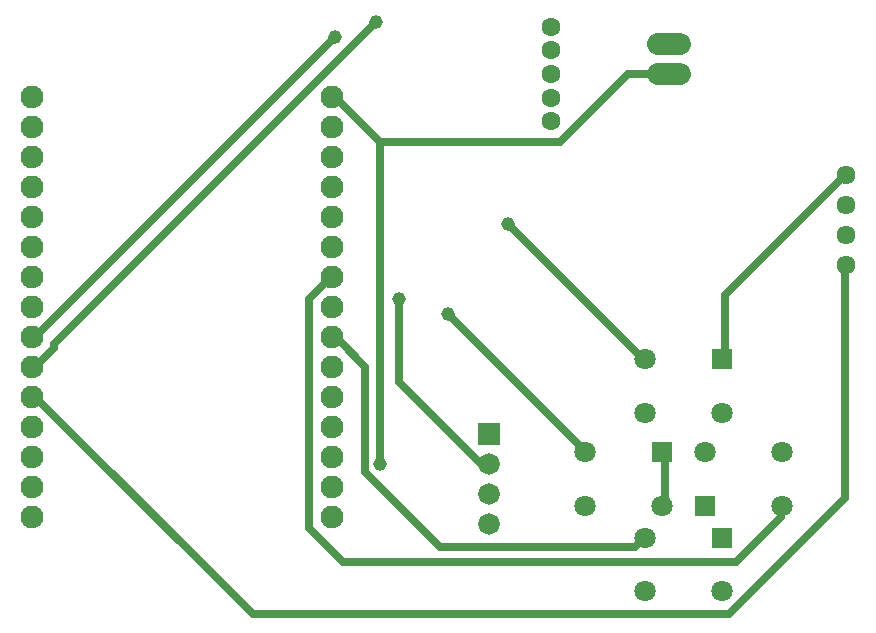
<source format=gbl>
G04 EAGLE Gerber RS-274X export*
G75*
%MOMM*%
%FSLAX34Y34*%
%LPD*%
%INBottom Copper*%
%IPPOS*%
%AMOC8*
5,1,8,0,0,1.08239X$1,22.5*%
G01*
G04 Define Apertures*
%ADD10C,1.600000*%
%ADD11C,1.802800*%
%ADD12R,1.802800X1.802800*%
%ADD13C,1.612800*%
%ADD14C,1.828800*%
%ADD15C,1.828800*%
%ADD16R,1.828800X1.828800*%
%ADD17C,1.930400*%
%ADD18C,0.660400*%
%ADD19C,1.162800*%
D10*
X382800Y535300D03*
X382800Y515300D03*
X382800Y495300D03*
X382800Y475300D03*
X382800Y455300D03*
D11*
X578600Y174900D03*
X578600Y129900D03*
X513600Y174900D03*
D12*
X513600Y129900D03*
D11*
X412000Y129900D03*
X412000Y174900D03*
X477000Y129900D03*
D12*
X477000Y174900D03*
D13*
X632700Y409900D03*
X632700Y384500D03*
X632700Y359100D03*
X632700Y333700D03*
D14*
X491744Y520700D02*
X473456Y520700D01*
X473456Y495300D02*
X491744Y495300D01*
D15*
X330200Y165100D03*
D16*
X330200Y190500D03*
D15*
X330200Y139700D03*
X330200Y114300D03*
D17*
X-56388Y475488D03*
X-56388Y450088D03*
X-56388Y424688D03*
X-56388Y399288D03*
X-56388Y373888D03*
X-56388Y348488D03*
X-56388Y323088D03*
X-56388Y297688D03*
X-56388Y272288D03*
X-56388Y246888D03*
X-56388Y221488D03*
X-56388Y196088D03*
X-56388Y170688D03*
X-56388Y145288D03*
X-56388Y119888D03*
X197612Y475488D03*
X197612Y450088D03*
X197612Y424688D03*
X197612Y399288D03*
X197612Y373888D03*
X197612Y348488D03*
X197612Y323088D03*
X197612Y297688D03*
X197612Y272288D03*
X197612Y246888D03*
X197612Y221488D03*
X197612Y196088D03*
X197612Y170688D03*
X197612Y145288D03*
X197612Y119888D03*
D11*
X462800Y57274D03*
X462800Y102274D03*
X527800Y57274D03*
D12*
X527800Y102274D03*
D11*
X462800Y208676D03*
X462800Y253676D03*
X527800Y208676D03*
D12*
X527800Y253676D03*
D18*
X254000Y234950D02*
X254000Y304800D01*
X254000Y234950D02*
X323850Y165100D01*
X330200Y165100D01*
D19*
X254000Y304800D03*
D18*
X234950Y539750D02*
X-38100Y266700D01*
X-38100Y263525D01*
X-53975Y247650D01*
X-56388Y246888D01*
D19*
X234950Y539750D03*
D18*
X200025Y527050D02*
X-53975Y273050D01*
X-56388Y272288D01*
D19*
X200025Y527050D03*
D18*
X479425Y174625D02*
X479425Y130175D01*
X477000Y129900D01*
X479425Y174625D02*
X477000Y174900D01*
X530225Y307975D02*
X631825Y409575D01*
X530225Y307975D02*
X530225Y254000D01*
X631825Y409575D02*
X632700Y409900D01*
X530225Y254000D02*
X527800Y253676D01*
X238125Y165100D02*
X238125Y438150D01*
X200025Y476250D01*
X197612Y475488D01*
X447675Y495300D02*
X482600Y495300D01*
X447675Y495300D02*
X390525Y438150D01*
X238125Y438150D01*
D19*
X238125Y165100D03*
D18*
X631825Y136525D02*
X631825Y333375D01*
X631825Y136525D02*
X533400Y38100D01*
X130175Y38100D01*
X-53975Y222250D01*
X631825Y333375D02*
X632700Y333700D01*
X-53975Y222250D02*
X-56388Y221488D01*
X193675Y320675D02*
X196850Y320675D01*
X193675Y320675D02*
X177800Y304800D01*
X177800Y111125D01*
X206375Y82550D01*
X539750Y82550D01*
X577850Y120650D01*
X577850Y127000D01*
X196850Y320675D02*
X197612Y323088D01*
X578600Y129900D02*
X577850Y127000D01*
X409575Y177800D02*
X295275Y292100D01*
X409575Y177800D02*
X412000Y174900D01*
D19*
X295275Y292100D03*
D18*
X203200Y269875D02*
X200025Y269875D01*
X203200Y269875D02*
X225425Y247650D01*
X225425Y158750D01*
X288925Y95250D01*
X454025Y95250D01*
X460375Y101600D01*
X200025Y269875D02*
X197612Y272288D01*
X460375Y101600D02*
X462800Y102274D01*
X460375Y254000D02*
X346075Y368300D01*
X460375Y254000D02*
X462800Y253676D01*
D19*
X346075Y368300D03*
M02*

</source>
